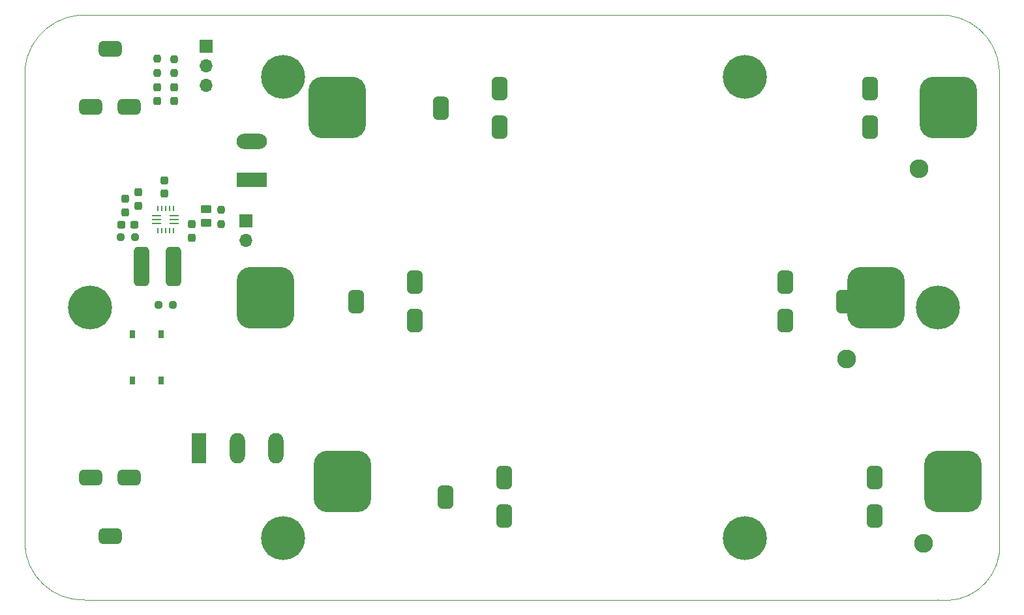
<source format=gbr>
%TF.GenerationSoftware,KiCad,Pcbnew,(6.0.7)*%
%TF.CreationDate,2022-11-15T15:08:32+02:00*%
%TF.ProjectId,Cell_Holder_Board,43656c6c-5f48-46f6-9c64-65725f426f61,rev?*%
%TF.SameCoordinates,Original*%
%TF.FileFunction,Soldermask,Top*%
%TF.FilePolarity,Negative*%
%FSLAX46Y46*%
G04 Gerber Fmt 4.6, Leading zero omitted, Abs format (unit mm)*
G04 Created by KiCad (PCBNEW (6.0.7)) date 2022-11-15 15:08:32*
%MOMM*%
%LPD*%
G01*
G04 APERTURE LIST*
G04 Aperture macros list*
%AMRoundRect*
0 Rectangle with rounded corners*
0 $1 Rounding radius*
0 $2 $3 $4 $5 $6 $7 $8 $9 X,Y pos of 4 corners*
0 Add a 4 corners polygon primitive as box body*
4,1,4,$2,$3,$4,$5,$6,$7,$8,$9,$2,$3,0*
0 Add four circle primitives for the rounded corners*
1,1,$1+$1,$2,$3*
1,1,$1+$1,$4,$5*
1,1,$1+$1,$6,$7*
1,1,$1+$1,$8,$9*
0 Add four rect primitives between the rounded corners*
20,1,$1+$1,$2,$3,$4,$5,0*
20,1,$1+$1,$4,$5,$6,$7,0*
20,1,$1+$1,$6,$7,$8,$9,0*
20,1,$1+$1,$8,$9,$2,$3,0*%
G04 Aperture macros list end*
%TA.AperFunction,Profile*%
%ADD10C,0.100000*%
%TD*%
%ADD11C,3.600000*%
%ADD12C,5.700000*%
%ADD13RoundRect,0.237500X-0.237500X0.250000X-0.237500X-0.250000X0.237500X-0.250000X0.237500X0.250000X0*%
%ADD14R,1.700000X1.700000*%
%ADD15O,1.700000X1.700000*%
%ADD16RoundRect,0.237500X-0.237500X0.300000X-0.237500X-0.300000X0.237500X-0.300000X0.237500X0.300000X0*%
%ADD17RoundRect,0.237500X-0.250000X-0.237500X0.250000X-0.237500X0.250000X0.237500X-0.250000X0.237500X0*%
%ADD18RoundRect,0.237500X0.237500X-0.300000X0.237500X0.300000X-0.237500X0.300000X-0.237500X-0.300000X0*%
%ADD19RoundRect,0.237500X0.237500X-0.250000X0.237500X0.250000X-0.237500X0.250000X-0.237500X-0.250000X0*%
%ADD20RoundRect,0.237500X0.300000X0.237500X-0.300000X0.237500X-0.300000X-0.237500X0.300000X-0.237500X0*%
%ADD21RoundRect,0.500000X-0.500000X-2.050000X0.500000X-2.050000X0.500000X2.050000X-0.500000X2.050000X0*%
%ADD22R,1.300000X0.250000*%
%ADD23R,0.250000X0.700000*%
%ADD24RoundRect,0.237500X0.237500X-0.287500X0.237500X0.287500X-0.237500X0.287500X-0.237500X-0.287500X0*%
%ADD25R,1.980000X3.960000*%
%ADD26O,1.980000X3.960000*%
%ADD27R,3.960000X1.980000*%
%ADD28O,3.960000X1.980000*%
%ADD29RoundRect,0.250000X-0.450000X0.262500X-0.450000X-0.262500X0.450000X-0.262500X0.450000X0.262500X0*%
%ADD30R,0.700000X1.000000*%
%ADD31C,2.450000*%
%ADD32RoundRect,1.875000X-1.875000X-2.125000X1.875000X-2.125000X1.875000X2.125000X-1.875000X2.125000X0*%
%ADD33RoundRect,0.500000X1.000000X0.500000X-1.000000X0.500000X-1.000000X-0.500000X1.000000X-0.500000X0*%
%ADD34RoundRect,0.500000X-1.000000X-0.500000X1.000000X-0.500000X1.000000X0.500000X-1.000000X0.500000X0*%
%ADD35RoundRect,0.500000X-0.500000X1.000000X-0.500000X-1.000000X0.500000X-1.000000X0.500000X1.000000X0*%
%ADD36RoundRect,0.500000X0.500000X-1.000000X0.500000X1.000000X-0.500000X1.000000X-0.500000X-1.000000X0*%
G04 APERTURE END LIST*
D10*
X157658800Y-34927400D02*
X47658800Y-34927400D01*
X165658800Y-104927400D02*
X165658800Y-41927400D01*
X157658800Y-110927402D02*
G75*
G03*
X165658800Y-104927400I1010310J6986252D01*
G01*
X39158800Y-41927400D02*
X39158800Y-103677400D01*
X165658813Y-41927399D02*
G75*
G03*
X157658800Y-34927400I-7530713J-535101D01*
G01*
X39158800Y-103677400D02*
G75*
G03*
X46908800Y-110927400I7563800J318200D01*
G01*
X46908800Y-110927400D02*
X157658800Y-110927400D01*
X47658801Y-34927391D02*
G75*
G03*
X39158800Y-41927400I-731661J-7772269D01*
G01*
D11*
%TO.C,H6*%
X47658800Y-72927400D03*
D12*
X47658800Y-72927400D03*
%TD*%
D13*
%TO.C,R1*%
X64643000Y-60225300D03*
X64643000Y-62050300D03*
%TD*%
D14*
%TO.C,JP1*%
X62712600Y-38989000D03*
D15*
X62712600Y-41529000D03*
X62712600Y-44069000D03*
%TD*%
D16*
%TO.C,C5*%
X60858400Y-62104100D03*
X60858400Y-63829100D03*
%TD*%
D17*
%TO.C,R2*%
X51640100Y-63754000D03*
X53465100Y-63754000D03*
%TD*%
D12*
%TO.C,H5*%
X72658800Y-42927400D03*
D11*
X72658800Y-42927400D03*
%TD*%
D12*
%TO.C,H2*%
X132658800Y-102927400D03*
D11*
X132658800Y-102927400D03*
%TD*%
D18*
%TO.C,C3*%
X53924200Y-59688900D03*
X53924200Y-57963900D03*
%TD*%
D19*
%TO.C,R5*%
X58547000Y-42465000D03*
X58547000Y-40640000D03*
%TD*%
D14*
%TO.C,J1*%
X67893800Y-61691200D03*
D15*
X67893800Y-64231200D03*
%TD*%
D20*
%TO.C,C2*%
X53390800Y-62204600D03*
X51665800Y-62204600D03*
%TD*%
D21*
%TO.C,L1*%
X54288000Y-67564000D03*
X58488000Y-67564000D03*
%TD*%
D22*
%TO.C,U1*%
X56279400Y-60993400D03*
X56279400Y-61493400D03*
X56279400Y-61993400D03*
D23*
X56429400Y-62943400D03*
X56929400Y-62943400D03*
X57429400Y-62943400D03*
X57929400Y-62943400D03*
X58429400Y-62943400D03*
D22*
X58579400Y-61993400D03*
X58579400Y-61493400D03*
X58579400Y-60993400D03*
D23*
X58429400Y-60043400D03*
X57929400Y-60043400D03*
X57429400Y-60043400D03*
X56929400Y-60043400D03*
X56429400Y-60043400D03*
%TD*%
D24*
%TO.C,D1*%
X56388000Y-46087000D03*
X56388000Y-44337000D03*
%TD*%
D25*
%TO.C,J2*%
X61772800Y-91236800D03*
D26*
X66772800Y-91236800D03*
X71772800Y-91236800D03*
%TD*%
D18*
%TO.C,C1*%
X52197000Y-60527100D03*
X52197000Y-58802100D03*
%TD*%
D12*
%TO.C,H1*%
X72658800Y-102927400D03*
D11*
X72658800Y-102927400D03*
%TD*%
%TO.C,H3*%
X157658800Y-72927400D03*
D12*
X157658800Y-72927400D03*
%TD*%
D18*
%TO.C,C4*%
X57302400Y-58114100D03*
X57302400Y-56389100D03*
%TD*%
D27*
%TO.C,J3*%
X68656200Y-56311800D03*
D28*
X68656200Y-51311800D03*
%TD*%
D17*
%TO.C,R3*%
X56542300Y-72618600D03*
X58367300Y-72618600D03*
%TD*%
D29*
%TO.C,R6*%
X62661800Y-60121800D03*
X62661800Y-61946800D03*
%TD*%
D30*
%TO.C,SW1*%
X56815600Y-82425800D03*
X56815600Y-76425800D03*
X53115600Y-82425800D03*
X53115600Y-76425800D03*
%TD*%
D12*
%TO.C,H4*%
X132658800Y-42927400D03*
D11*
X132658800Y-42927400D03*
%TD*%
D24*
%TO.C,D2*%
X58547000Y-46087000D03*
X58547000Y-44337000D03*
%TD*%
D31*
%TO.C,BT3*%
X155829600Y-103539200D03*
D32*
X80359600Y-95539200D03*
X159619600Y-95539200D03*
%TD*%
D31*
%TO.C,BT1*%
X155220000Y-54923600D03*
D32*
X79750000Y-46923600D03*
X159010000Y-46923600D03*
%TD*%
D19*
%TO.C,R4*%
X56388000Y-42441500D03*
X56388000Y-40616500D03*
%TD*%
D31*
%TO.C,BT2*%
X145847400Y-79612400D03*
D32*
X70377400Y-71612400D03*
X149637400Y-71612400D03*
%TD*%
D33*
%TO.C,BT5*%
X47713400Y-46875700D03*
X50213400Y-39275700D03*
X52713400Y-46875700D03*
D34*
X50213400Y-102608700D03*
X47713400Y-95008700D03*
X52713400Y-95008700D03*
%TD*%
D35*
%TO.C,BT6*%
X93758700Y-97538400D03*
X101358700Y-100038400D03*
X101358700Y-95038400D03*
D36*
X149491700Y-95038400D03*
X157091700Y-97538400D03*
X149491700Y-100038400D03*
%TD*%
D35*
%TO.C,BT8*%
X89789000Y-69621400D03*
X89789000Y-74621400D03*
X82189000Y-72121400D03*
D36*
X137922000Y-69621400D03*
X145522000Y-72121400D03*
X137922000Y-74621400D03*
%TD*%
D35*
%TO.C,BT7*%
X100761800Y-44475400D03*
X100761800Y-49475400D03*
X93161800Y-46975400D03*
D36*
X148894800Y-44475400D03*
X148894800Y-49475400D03*
X156494800Y-46975400D03*
%TD*%
M02*

</source>
